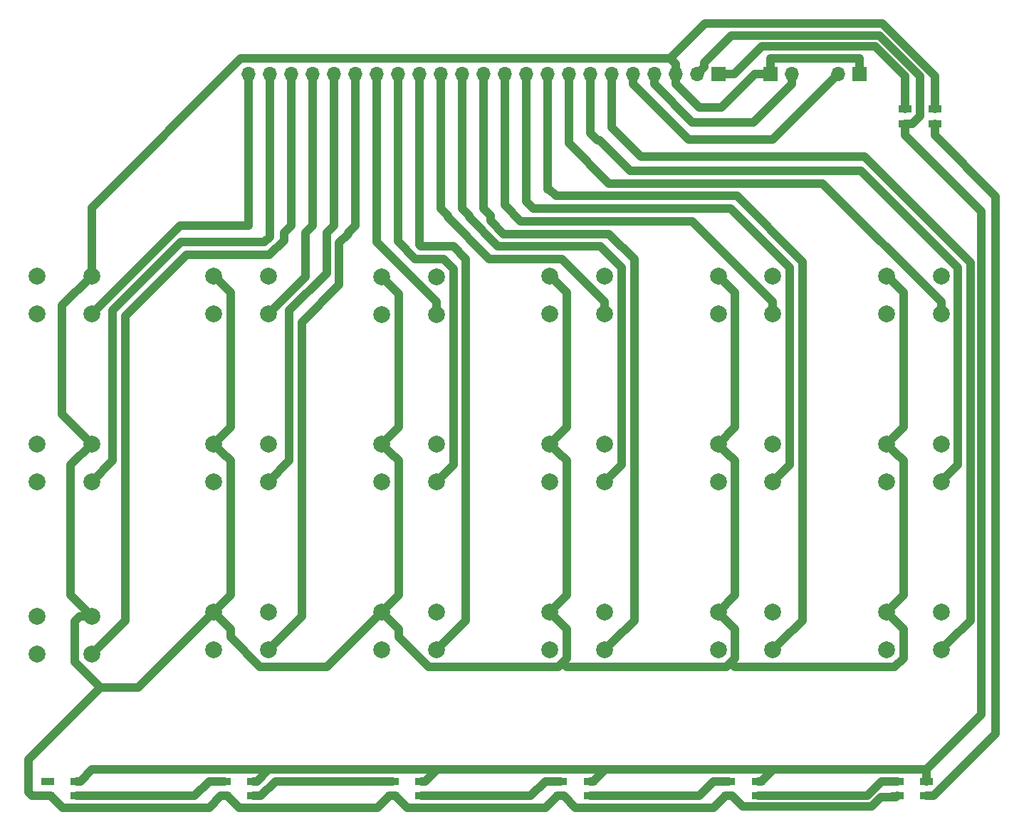
<source format=gbr>
G04 #@! TF.GenerationSoftware,KiCad,Pcbnew,5.0.2-bee76a0~70~ubuntu18.04.1*
G04 #@! TF.CreationDate,2019-07-02T19:35:23+02:00*
G04 #@! TF.ProjectId,control_panel,636f6e74-726f-46c5-9f70-616e656c2e6b,rev?*
G04 #@! TF.SameCoordinates,Original*
G04 #@! TF.FileFunction,Copper,L1,Top*
G04 #@! TF.FilePolarity,Positive*
%FSLAX46Y46*%
G04 Gerber Fmt 4.6, Leading zero omitted, Abs format (unit mm)*
G04 Created by KiCad (PCBNEW 5.0.2-bee76a0~70~ubuntu18.04.1) date Di 02 Jul 2019 19:35:23 CEST*
%MOMM*%
%LPD*%
G01*
G04 APERTURE LIST*
G04 #@! TA.AperFunction,ComponentPad*
%ADD10R,1.700000X1.700000*%
G04 #@! TD*
G04 #@! TA.AperFunction,ComponentPad*
%ADD11O,1.700000X1.700000*%
G04 #@! TD*
G04 #@! TA.AperFunction,ComponentPad*
%ADD12C,2.000000*%
G04 #@! TD*
G04 #@! TA.AperFunction,SMDPad,CuDef*
%ADD13R,1.600000X0.850000*%
G04 #@! TD*
G04 #@! TA.AperFunction,Conductor*
%ADD14C,1.000000*%
G04 #@! TD*
G04 APERTURE END LIST*
D10*
G04 #@! TO.P,J20,1*
G04 #@! TO.N,GND*
X100800000Y9000000D03*
D11*
G04 #@! TO.P,J20,2*
G04 #@! TO.N,/EMERGENCY*
X98260000Y9000000D03*
G04 #@! TD*
G04 #@! TO.P,J21,2*
G04 #@! TO.N,/ONOFF*
X92740000Y9000000D03*
D10*
G04 #@! TO.P,J21,1*
G04 #@! TO.N,GND*
X90200000Y9000000D03*
G04 #@! TD*
G04 #@! TO.P,J4,1*
G04 #@! TO.N,/NEOPIXEL*
X84000000Y9000000D03*
D11*
G04 #@! TO.P,J4,2*
G04 #@! TO.N,+5V*
X81460000Y9000000D03*
G04 #@! TO.P,J4,3*
G04 #@! TO.N,GND*
X78920000Y9000000D03*
G04 #@! TO.P,J4,4*
G04 #@! TO.N,/ONOFF*
X76380000Y9000000D03*
G04 #@! TO.P,J4,5*
G04 #@! TO.N,/EMERGENCY*
X73840000Y9000000D03*
G04 #@! TO.P,J4,6*
G04 #@! TO.N,/home_motor5*
X71300000Y9000000D03*
G04 #@! TO.P,J4,7*
G04 #@! TO.N,/down_motor5*
X68760000Y9000000D03*
G04 #@! TO.P,J4,8*
G04 #@! TO.N,/up_motor5*
X66220000Y9000000D03*
G04 #@! TO.P,J4,9*
G04 #@! TO.N,/home_motor4*
X63680000Y9000000D03*
G04 #@! TO.P,J4,10*
G04 #@! TO.N,/down_motor4*
X61140000Y9000000D03*
G04 #@! TO.P,J4,11*
G04 #@! TO.N,/up_motor4*
X58600000Y9000000D03*
G04 #@! TO.P,J4,12*
G04 #@! TO.N,/home_motor3*
X56060000Y9000000D03*
G04 #@! TO.P,J4,13*
G04 #@! TO.N,/down_motor3*
X53520000Y9000000D03*
G04 #@! TO.P,J4,14*
G04 #@! TO.N,/up_motor3*
X50980000Y9000000D03*
G04 #@! TO.P,J4,15*
G04 #@! TO.N,/home_motor2*
X48440000Y9000000D03*
G04 #@! TO.P,J4,16*
G04 #@! TO.N,/down_motor2*
X45900000Y9000000D03*
G04 #@! TO.P,J4,17*
G04 #@! TO.N,/up_motor2*
X43360000Y9000000D03*
G04 #@! TO.P,J4,18*
G04 #@! TO.N,/home_motor1*
X40820000Y9000000D03*
G04 #@! TO.P,J4,19*
G04 #@! TO.N,/down_motor1*
X38280000Y9000000D03*
G04 #@! TO.P,J4,20*
G04 #@! TO.N,/up_motor1*
X35740000Y9000000D03*
G04 #@! TO.P,J4,21*
G04 #@! TO.N,/home_motor0*
X33200000Y9000000D03*
G04 #@! TO.P,J4,22*
G04 #@! TO.N,/down_motor0*
X30660000Y9000000D03*
G04 #@! TO.P,J4,23*
G04 #@! TO.N,/up_motor0*
X28120000Y9000000D03*
G04 #@! TD*
D12*
G04 #@! TO.P,J1,1*
G04 #@! TO.N,GND*
X9500000Y-15000000D03*
G04 #@! TO.P,J1,2*
G04 #@! TO.N,/up_motor0*
X9500000Y-19500000D03*
G04 #@! TO.P,J1,1*
G04 #@! TO.N,GND*
X3000000Y-15000000D03*
G04 #@! TO.P,J1,2*
G04 #@! TO.N,/up_motor0*
X3000000Y-19500000D03*
G04 #@! TD*
G04 #@! TO.P,J2,1*
G04 #@! TO.N,GND*
X9500000Y-35000000D03*
G04 #@! TO.P,J2,2*
G04 #@! TO.N,/down_motor0*
X9500000Y-39500000D03*
G04 #@! TO.P,J2,1*
G04 #@! TO.N,GND*
X3000000Y-35000000D03*
G04 #@! TO.P,J2,2*
G04 #@! TO.N,/down_motor0*
X3000000Y-39500000D03*
G04 #@! TD*
G04 #@! TO.P,J3,2*
G04 #@! TO.N,/home_motor0*
X3000000Y-60000000D03*
G04 #@! TO.P,J3,1*
G04 #@! TO.N,GND*
X3000000Y-55500000D03*
G04 #@! TO.P,J3,2*
G04 #@! TO.N,/home_motor0*
X9500000Y-60000000D03*
G04 #@! TO.P,J3,1*
G04 #@! TO.N,GND*
X9500000Y-55500000D03*
G04 #@! TD*
G04 #@! TO.P,J5,1*
G04 #@! TO.N,GND*
X30500000Y-15000000D03*
G04 #@! TO.P,J5,2*
G04 #@! TO.N,/up_motor1*
X30500000Y-19500000D03*
G04 #@! TO.P,J5,1*
G04 #@! TO.N,GND*
X24000000Y-15000000D03*
G04 #@! TO.P,J5,2*
G04 #@! TO.N,/up_motor1*
X24000000Y-19500000D03*
G04 #@! TD*
G04 #@! TO.P,J6,2*
G04 #@! TO.N,/down_motor1*
X24000000Y-39500000D03*
G04 #@! TO.P,J6,1*
G04 #@! TO.N,GND*
X24000000Y-35000000D03*
G04 #@! TO.P,J6,2*
G04 #@! TO.N,/down_motor1*
X30500000Y-39500000D03*
G04 #@! TO.P,J6,1*
G04 #@! TO.N,GND*
X30500000Y-35000000D03*
G04 #@! TD*
G04 #@! TO.P,J7,1*
G04 #@! TO.N,GND*
X30500000Y-55000000D03*
G04 #@! TO.P,J7,2*
G04 #@! TO.N,/home_motor1*
X30500000Y-59500000D03*
G04 #@! TO.P,J7,1*
G04 #@! TO.N,GND*
X24000000Y-55000000D03*
G04 #@! TO.P,J7,2*
G04 #@! TO.N,/home_motor1*
X24000000Y-59500000D03*
G04 #@! TD*
G04 #@! TO.P,J8,2*
G04 #@! TO.N,/up_motor2*
X44000000Y-19625001D03*
G04 #@! TO.P,J8,1*
G04 #@! TO.N,GND*
X44000000Y-15125001D03*
G04 #@! TO.P,J8,2*
G04 #@! TO.N,/up_motor2*
X50500000Y-19625001D03*
G04 #@! TO.P,J8,1*
G04 #@! TO.N,GND*
X50500000Y-15125001D03*
G04 #@! TD*
G04 #@! TO.P,J9,1*
G04 #@! TO.N,GND*
X50500000Y-35000000D03*
G04 #@! TO.P,J9,2*
G04 #@! TO.N,/down_motor2*
X50500000Y-39500000D03*
G04 #@! TO.P,J9,1*
G04 #@! TO.N,GND*
X44000000Y-35000000D03*
G04 #@! TO.P,J9,2*
G04 #@! TO.N,/down_motor2*
X44000000Y-39500000D03*
G04 #@! TD*
G04 #@! TO.P,J10,2*
G04 #@! TO.N,/home_motor2*
X44000000Y-59500000D03*
G04 #@! TO.P,J10,1*
G04 #@! TO.N,GND*
X44000000Y-55000000D03*
G04 #@! TO.P,J10,2*
G04 #@! TO.N,/home_motor2*
X50500000Y-59500000D03*
G04 #@! TO.P,J10,1*
G04 #@! TO.N,GND*
X50500000Y-55000000D03*
G04 #@! TD*
G04 #@! TO.P,J11,1*
G04 #@! TO.N,GND*
X70500000Y-15000000D03*
G04 #@! TO.P,J11,2*
G04 #@! TO.N,/up_motor3*
X70500000Y-19500000D03*
G04 #@! TO.P,J11,1*
G04 #@! TO.N,GND*
X64000000Y-15000000D03*
G04 #@! TO.P,J11,2*
G04 #@! TO.N,/up_motor3*
X64000000Y-19500000D03*
G04 #@! TD*
G04 #@! TO.P,J12,2*
G04 #@! TO.N,/down_motor3*
X64000000Y-39500000D03*
G04 #@! TO.P,J12,1*
G04 #@! TO.N,GND*
X64000000Y-35000000D03*
G04 #@! TO.P,J12,2*
G04 #@! TO.N,/down_motor3*
X70500000Y-39500000D03*
G04 #@! TO.P,J12,1*
G04 #@! TO.N,GND*
X70500000Y-35000000D03*
G04 #@! TD*
G04 #@! TO.P,J13,2*
G04 #@! TO.N,/home_motor3*
X64000000Y-59500000D03*
G04 #@! TO.P,J13,1*
G04 #@! TO.N,GND*
X64000000Y-55000000D03*
G04 #@! TO.P,J13,2*
G04 #@! TO.N,/home_motor3*
X70500000Y-59500000D03*
G04 #@! TO.P,J13,1*
G04 #@! TO.N,GND*
X70500000Y-55000000D03*
G04 #@! TD*
G04 #@! TO.P,J14,2*
G04 #@! TO.N,/up_motor4*
X84000000Y-19500000D03*
G04 #@! TO.P,J14,1*
G04 #@! TO.N,GND*
X84000000Y-15000000D03*
G04 #@! TO.P,J14,2*
G04 #@! TO.N,/up_motor4*
X90500000Y-19500000D03*
G04 #@! TO.P,J14,1*
G04 #@! TO.N,GND*
X90500000Y-15000000D03*
G04 #@! TD*
G04 #@! TO.P,J15,1*
G04 #@! TO.N,GND*
X90500000Y-35000000D03*
G04 #@! TO.P,J15,2*
G04 #@! TO.N,/down_motor4*
X90500000Y-39500000D03*
G04 #@! TO.P,J15,1*
G04 #@! TO.N,GND*
X84000000Y-35000000D03*
G04 #@! TO.P,J15,2*
G04 #@! TO.N,/down_motor4*
X84000000Y-39500000D03*
G04 #@! TD*
G04 #@! TO.P,J16,2*
G04 #@! TO.N,/home_motor4*
X84000000Y-59500000D03*
G04 #@! TO.P,J16,1*
G04 #@! TO.N,GND*
X84000000Y-55000000D03*
G04 #@! TO.P,J16,2*
G04 #@! TO.N,/home_motor4*
X90500000Y-59500000D03*
G04 #@! TO.P,J16,1*
G04 #@! TO.N,GND*
X90500000Y-55000000D03*
G04 #@! TD*
G04 #@! TO.P,J17,1*
G04 #@! TO.N,GND*
X110500000Y-15000000D03*
G04 #@! TO.P,J17,2*
G04 #@! TO.N,/up_motor5*
X110500000Y-19500000D03*
G04 #@! TO.P,J17,1*
G04 #@! TO.N,GND*
X104000000Y-15000000D03*
G04 #@! TO.P,J17,2*
G04 #@! TO.N,/up_motor5*
X104000000Y-19500000D03*
G04 #@! TD*
G04 #@! TO.P,J18,2*
G04 #@! TO.N,/down_motor5*
X104000000Y-39500000D03*
G04 #@! TO.P,J18,1*
G04 #@! TO.N,GND*
X104000000Y-35000000D03*
G04 #@! TO.P,J18,2*
G04 #@! TO.N,/down_motor5*
X110500000Y-39500000D03*
G04 #@! TO.P,J18,1*
G04 #@! TO.N,GND*
X110500000Y-35000000D03*
G04 #@! TD*
G04 #@! TO.P,J19,1*
G04 #@! TO.N,GND*
X110500000Y-55000000D03*
G04 #@! TO.P,J19,2*
G04 #@! TO.N,/home_motor5*
X110500000Y-59500000D03*
G04 #@! TO.P,J19,1*
G04 #@! TO.N,GND*
X104000000Y-55000000D03*
G04 #@! TO.P,J19,2*
G04 #@! TO.N,/home_motor5*
X104000000Y-59500000D03*
G04 #@! TD*
D13*
G04 #@! TO.P,D1,3*
G04 #@! TO.N,/NEOPIXEL*
X106250000Y4875000D03*
G04 #@! TO.P,D1,4*
G04 #@! TO.N,+5V*
X106250000Y3125000D03*
G04 #@! TO.P,D1,2*
G04 #@! TO.N,GND*
X109750000Y4875000D03*
G04 #@! TO.P,D1,1*
G04 #@! TO.N,Net-(D1-Pad1)*
X109750000Y3125000D03*
G04 #@! TD*
G04 #@! TO.P,D2,1*
G04 #@! TO.N,Net-(D2-Pad1)*
X105250000Y-75125000D03*
G04 #@! TO.P,D2,2*
G04 #@! TO.N,GND*
X105250000Y-76875000D03*
G04 #@! TO.P,D2,4*
G04 #@! TO.N,+5V*
X108750000Y-75125000D03*
G04 #@! TO.P,D2,3*
G04 #@! TO.N,Net-(D1-Pad1)*
X108750000Y-76875000D03*
G04 #@! TD*
G04 #@! TO.P,D3,3*
G04 #@! TO.N,Net-(D2-Pad1)*
X88750000Y-76875000D03*
G04 #@! TO.P,D3,4*
G04 #@! TO.N,+5V*
X88750000Y-75125000D03*
G04 #@! TO.P,D3,2*
G04 #@! TO.N,GND*
X85250000Y-76875000D03*
G04 #@! TO.P,D3,1*
G04 #@! TO.N,Net-(D3-Pad1)*
X85250000Y-75125000D03*
G04 #@! TD*
G04 #@! TO.P,D4,1*
G04 #@! TO.N,Net-(D4-Pad1)*
X65250000Y-75125000D03*
G04 #@! TO.P,D4,2*
G04 #@! TO.N,GND*
X65250000Y-76875000D03*
G04 #@! TO.P,D4,4*
G04 #@! TO.N,+5V*
X68750000Y-75125000D03*
G04 #@! TO.P,D4,3*
G04 #@! TO.N,Net-(D3-Pad1)*
X68750000Y-76875000D03*
G04 #@! TD*
G04 #@! TO.P,D5,3*
G04 #@! TO.N,Net-(D4-Pad1)*
X48750000Y-76875000D03*
G04 #@! TO.P,D5,4*
G04 #@! TO.N,+5V*
X48750000Y-75125000D03*
G04 #@! TO.P,D5,2*
G04 #@! TO.N,GND*
X45250000Y-76875000D03*
G04 #@! TO.P,D5,1*
G04 #@! TO.N,Net-(D5-Pad1)*
X45250000Y-75125000D03*
G04 #@! TD*
G04 #@! TO.P,D6,1*
G04 #@! TO.N,Net-(D6-Pad1)*
X25250000Y-75125000D03*
G04 #@! TO.P,D6,2*
G04 #@! TO.N,GND*
X25250000Y-76875000D03*
G04 #@! TO.P,D6,4*
G04 #@! TO.N,+5V*
X28750000Y-75125000D03*
G04 #@! TO.P,D6,3*
G04 #@! TO.N,Net-(D5-Pad1)*
X28750000Y-76875000D03*
G04 #@! TD*
G04 #@! TO.P,D7,3*
G04 #@! TO.N,Net-(D6-Pad1)*
X7750000Y-76875000D03*
G04 #@! TO.P,D7,4*
G04 #@! TO.N,+5V*
X7750000Y-75125000D03*
G04 #@! TO.P,D7,2*
G04 #@! TO.N,GND*
X4250000Y-76875000D03*
G04 #@! TO.P,D7,1*
G04 #@! TO.N,Net-(D7-Pad1)*
X4250000Y-75125000D03*
G04 #@! TD*
D14*
G04 #@! TO.N,GND*
X78920000Y7797919D02*
X81717919Y5000000D01*
X78920000Y9000000D02*
X78920000Y7797919D01*
X84350000Y5000000D02*
X88350000Y9000000D01*
X88350000Y9000000D02*
X90200000Y9000000D01*
X81717919Y5000000D02*
X84350000Y5000000D01*
X100800000Y10850000D02*
X100800000Y9000000D01*
X90200001Y10850001D02*
X100800000Y10850000D01*
X90200000Y9000000D02*
X90200001Y10850001D01*
X9500000Y-13585787D02*
X9500000Y-15000000D01*
X9500000Y-6881998D02*
X9500000Y-13585787D01*
X27231999Y10850001D02*
X9500000Y-6881998D01*
X78272080Y10850001D02*
X27231999Y10850001D01*
X78920000Y10202081D02*
X78272080Y10850001D01*
X78920000Y9000000D02*
X78920000Y10202081D01*
X8500001Y-34000001D02*
X9500000Y-35000000D01*
X6000000Y-31500000D02*
X8500001Y-34000001D01*
X6000000Y-18500000D02*
X6000000Y-31500000D01*
X9500000Y-15000000D02*
X6000000Y-18500000D01*
X7000000Y-53000000D02*
X8500001Y-54500001D01*
X7000000Y-37500000D02*
X7000000Y-53000000D01*
X8500001Y-54500001D02*
X9500000Y-55500000D01*
X9500000Y-35000000D02*
X7000000Y-37500000D01*
X7499999Y-60960001D02*
X10539998Y-64000000D01*
X7499999Y-56085788D02*
X7499999Y-60960001D01*
X9500000Y-55500000D02*
X8085787Y-55500000D01*
X8085787Y-55500000D02*
X7499999Y-56085788D01*
X15000000Y-64000000D02*
X24000000Y-55000000D01*
X10539998Y-64000000D02*
X15000000Y-64000000D01*
X24999999Y-35999999D02*
X24000000Y-35000000D01*
X26000001Y-37000001D02*
X24999999Y-35999999D01*
X26000001Y-52999999D02*
X26000001Y-37000001D01*
X24000000Y-55000000D02*
X26000001Y-52999999D01*
X24999999Y-15999999D02*
X24000000Y-15000000D01*
X26000001Y-17000001D02*
X24999999Y-15999999D01*
X26000001Y-32999999D02*
X26000001Y-17000001D01*
X24000000Y-35000000D02*
X26000001Y-32999999D01*
X43000001Y-55999999D02*
X44000000Y-55000000D01*
X29539999Y-61500001D02*
X37499999Y-61500001D01*
X26000001Y-57960003D02*
X29539999Y-61500001D01*
X37499999Y-61500001D02*
X43000001Y-55999999D01*
X26000001Y-57000001D02*
X26000001Y-57960003D01*
X24000000Y-55000000D02*
X26000001Y-57000001D01*
X46000001Y-37000001D02*
X44999999Y-35999999D01*
X44999999Y-35999999D02*
X44000000Y-35000000D01*
X46000001Y-52999999D02*
X46000001Y-37000001D01*
X44000000Y-55000000D02*
X46000001Y-52999999D01*
X44999999Y-16125000D02*
X44000000Y-15125001D01*
X46000001Y-17125002D02*
X44999999Y-16125000D01*
X46000001Y-32999999D02*
X46000001Y-17125002D01*
X44000000Y-35000000D02*
X46000001Y-32999999D01*
X66000001Y-57000001D02*
X64999999Y-55999999D01*
X66000001Y-60460001D02*
X66000001Y-57000001D01*
X64999999Y-55999999D02*
X64000000Y-55000000D01*
X49539999Y-61500001D02*
X64960001Y-61500001D01*
X46000001Y-57960003D02*
X49539999Y-61500001D01*
X46000001Y-57000001D02*
X46000001Y-57960003D01*
X44000000Y-55000000D02*
X46000001Y-57000001D01*
X64999999Y-35999999D02*
X64000000Y-35000000D01*
X66000001Y-37000001D02*
X64999999Y-35999999D01*
X66000001Y-52999999D02*
X66000001Y-37000001D01*
X64000000Y-55000000D02*
X66000001Y-52999999D01*
X66000000Y-17000000D02*
X64999999Y-15999999D01*
X64999999Y-15999999D02*
X64000000Y-15000000D01*
X66000000Y-33000000D02*
X66000000Y-17000000D01*
X64000000Y-35000000D02*
X66000000Y-33000000D01*
X84999999Y-55999999D02*
X84000000Y-55000000D01*
X86000001Y-57000001D02*
X84999999Y-55999999D01*
X65960003Y-61500001D02*
X84960001Y-61500001D01*
X86000001Y-60460001D02*
X86000001Y-57000001D01*
X65460002Y-61000000D02*
X65960003Y-61500001D01*
X64960001Y-61500001D02*
X65460002Y-61000000D01*
X65460002Y-61000000D02*
X66000001Y-60460001D01*
X84999999Y-35999999D02*
X84000000Y-35000000D01*
X86000001Y-37000001D02*
X84999999Y-35999999D01*
X86000001Y-52999999D02*
X86000001Y-37000001D01*
X84000000Y-55000000D02*
X86000001Y-52999999D01*
X84999999Y-15999999D02*
X84000000Y-15000000D01*
X86000001Y-17000001D02*
X84999999Y-15999999D01*
X86000001Y-32999999D02*
X86000001Y-17000001D01*
X84000000Y-35000000D02*
X86000001Y-32999999D01*
X106000001Y-57000001D02*
X104999999Y-55999999D01*
X85960003Y-61500001D02*
X104960001Y-61500001D01*
X106000001Y-60460001D02*
X106000001Y-57000001D01*
X104960001Y-61500001D02*
X106000001Y-60460001D01*
X85460002Y-61000000D02*
X85960003Y-61500001D01*
X104999999Y-55999999D02*
X104000000Y-55000000D01*
X84960001Y-61500001D02*
X85460002Y-61000000D01*
X85460002Y-61000000D02*
X86000001Y-60460001D01*
X104999999Y-35999999D02*
X104000000Y-35000000D01*
X106000001Y-37000001D02*
X104999999Y-35999999D01*
X106000001Y-52999999D02*
X106000001Y-37000001D01*
X104000000Y-55000000D02*
X106000001Y-52999999D01*
X104999999Y-15999999D02*
X104000000Y-15000000D01*
X106000001Y-17000001D02*
X104999999Y-15999999D01*
X106000001Y-32999999D02*
X106000001Y-17000001D01*
X104000000Y-35000000D02*
X106000001Y-32999999D01*
X78272080Y10850001D02*
X82422079Y15000000D01*
X109750000Y8785561D02*
X109750000Y6300000D01*
X109750000Y6300000D02*
X109750000Y4875000D01*
X103535561Y15000000D02*
X109750000Y8785561D01*
X82422079Y15000000D02*
X103535561Y15000000D01*
X10539998Y-64000000D02*
X2000000Y-72539998D01*
X2450000Y-76875000D02*
X4250000Y-76875000D01*
X2000000Y-76425000D02*
X2450000Y-76875000D01*
X2000000Y-72539998D02*
X2000000Y-76425000D01*
X23450000Y-78300000D02*
X24875000Y-76875000D01*
X6050000Y-78300000D02*
X23450000Y-78300000D01*
X24875000Y-76875000D02*
X25250000Y-76875000D01*
X4625000Y-76875000D02*
X6050000Y-78300000D01*
X4250000Y-76875000D02*
X4625000Y-76875000D01*
X43450000Y-78300000D02*
X44875000Y-76875000D01*
X27050000Y-78300000D02*
X43450000Y-78300000D01*
X25625000Y-76875000D02*
X27050000Y-78300000D01*
X44875000Y-76875000D02*
X45250000Y-76875000D01*
X25250000Y-76875000D02*
X25625000Y-76875000D01*
X63450000Y-78300000D02*
X64875000Y-76875000D01*
X47050000Y-78300000D02*
X63450000Y-78300000D01*
X45625000Y-76875000D02*
X47050000Y-78300000D01*
X64875000Y-76875000D02*
X65250000Y-76875000D01*
X45250000Y-76875000D02*
X45625000Y-76875000D01*
X84875000Y-76875000D02*
X85250000Y-76875000D01*
X83450000Y-78300000D02*
X84875000Y-76875000D01*
X67050000Y-78300000D02*
X83450000Y-78300000D01*
X65625000Y-76875000D02*
X67050000Y-78300000D01*
X65250000Y-76875000D02*
X65625000Y-76875000D01*
X105125000Y-77000000D02*
X105250000Y-76875000D01*
X86875010Y-78125010D02*
X102217770Y-78125010D01*
X103342780Y-77000000D02*
X105125000Y-77000000D01*
X102217770Y-78125010D02*
X103342780Y-77000000D01*
X85625000Y-76875000D02*
X86875010Y-78125010D01*
X85250000Y-76875000D02*
X85625000Y-76875000D01*
G04 #@! TO.N,/up_motor0*
X20000000Y-9000000D02*
X9500000Y-19500000D01*
X28120000Y2000000D02*
X28120000Y-9000000D01*
X28120000Y-9000000D02*
X20000000Y-9000000D01*
X28120000Y2000000D02*
X28120000Y9000000D01*
G04 #@! TO.N,/down_motor0*
X12000000Y-37000000D02*
X9500000Y-39500000D01*
X12000000Y-19121334D02*
X12000000Y-37000000D01*
X20121334Y-11000000D02*
X12000000Y-19121334D01*
X30000000Y-11000000D02*
X20121334Y-11000000D01*
X30660000Y9000000D02*
X30660000Y-10340000D01*
X30660000Y-10340000D02*
X30000000Y-11000000D01*
G04 #@! TO.N,/home_motor0*
X13500010Y-19742658D02*
X13500010Y-55999990D01*
X33200000Y-9000000D02*
X32350001Y-9849999D01*
X13500010Y-55999990D02*
X9500000Y-60000000D01*
X33200000Y2000000D02*
X33200000Y-9000000D01*
X32350001Y-9849999D02*
X32350001Y-10771333D01*
X32350001Y-10771333D02*
X30621324Y-12500010D01*
X20742658Y-12500010D02*
X13500010Y-19742658D01*
X30621324Y-12500010D02*
X20742658Y-12500010D01*
X33200000Y2000000D02*
X33200000Y9000000D01*
G04 #@! TO.N,/up_motor1*
X34890001Y-15109999D02*
X30500000Y-19500000D01*
X34890001Y-9849999D02*
X34890001Y-15109999D01*
X35740000Y9000000D02*
X35740000Y-9000000D01*
X35740000Y-9000000D02*
X34890001Y-9849999D01*
G04 #@! TO.N,/up_motor2*
X50500000Y-18210788D02*
X50500000Y-19625001D01*
X43360000Y9000000D02*
X43360000Y-10945003D01*
X50500000Y-18085003D02*
X50500000Y-18210788D01*
X43360000Y-10945003D02*
X50500000Y-18085003D01*
G04 #@! TO.N,/up_motor3*
X70500000Y-18085787D02*
X70500000Y-19500000D01*
X51829999Y-7849999D02*
X51829999Y-8048001D01*
X50980000Y-7000000D02*
X51829999Y-7849999D01*
X51829999Y-8048001D02*
X56781997Y-12999999D01*
X50980000Y9000000D02*
X50980000Y-7000000D01*
X56781997Y-12999999D02*
X65414212Y-12999999D01*
X65414212Y-12999999D02*
X70500000Y-18085787D01*
G04 #@! TO.N,/up_motor4*
X90500000Y-18085787D02*
X90500000Y-19500000D01*
X80914182Y-8499969D02*
X90500000Y-18085787D01*
X60499969Y-8499969D02*
X80914182Y-8499969D01*
X58600000Y9000000D02*
X58600000Y-6600000D01*
X58600000Y-6600000D02*
X60499969Y-8499969D01*
G04 #@! TO.N,/up_motor5*
X110500000Y-18085787D02*
X110500000Y-19500000D01*
X96414152Y-3999939D02*
X110500000Y-18085787D01*
X71017858Y-3999939D02*
X96414152Y-3999939D01*
X66220000Y9000000D02*
X66220000Y797919D01*
X66220000Y797919D02*
X71017858Y-3999939D01*
G04 #@! TO.N,/down_motor1*
X33000000Y-19121334D02*
X33000000Y-37000000D01*
X37430001Y-14691333D02*
X33000000Y-19121334D01*
X37430001Y-9849999D02*
X37430001Y-14691333D01*
X33000000Y-37000000D02*
X30500000Y-39500000D01*
X38280000Y2000000D02*
X38280000Y-9000000D01*
X38280000Y-9000000D02*
X37430001Y-9849999D01*
X38280000Y2000000D02*
X38280000Y9000000D01*
G04 #@! TO.N,/down_motor2*
X51499999Y-38500001D02*
X50500000Y-39500000D01*
X45900000Y-10900000D02*
X48000000Y-13000000D01*
X48000000Y-13000000D02*
X51335001Y-13000000D01*
X51335001Y-13000000D02*
X52500001Y-14165000D01*
X45900000Y9000000D02*
X45900000Y-10900000D01*
X52500001Y-37499999D02*
X51499999Y-38500001D01*
X52500001Y-14165000D02*
X52500001Y-37499999D01*
G04 #@! TO.N,/down_motor3*
X53520000Y-7000000D02*
X54369999Y-7849999D01*
X54369999Y-8048001D02*
X57821987Y-11499989D01*
X57821987Y-11499989D02*
X69959991Y-11499989D01*
X72500001Y-37499999D02*
X70500000Y-39500000D01*
X53520000Y9000000D02*
X53520000Y-7000000D01*
X54369999Y-7849999D02*
X54369999Y-8048001D01*
X72500001Y-14039999D02*
X72500001Y-37499999D01*
X69959991Y-11499989D02*
X72500001Y-14039999D01*
G04 #@! TO.N,/down_motor4*
X91499999Y-38500001D02*
X90500000Y-39500000D01*
X61140000Y-6140000D02*
X61999959Y-6999959D01*
X61140000Y9000000D02*
X61140000Y-6140000D01*
X92500001Y-37499999D02*
X91499999Y-38500001D01*
X61999959Y-6999959D02*
X85459961Y-6999959D01*
X85459961Y-6999959D02*
X92500001Y-14039999D01*
X92500001Y-14039999D02*
X92500001Y-37499999D01*
G04 #@! TO.N,/down_motor5*
X68760000Y2000000D02*
X69609999Y1150001D01*
X68760000Y9000000D02*
X68760000Y2000000D01*
X69609999Y1150001D02*
X69849999Y1150001D01*
X111499999Y-38500001D02*
X110500000Y-39500000D01*
X112500001Y-37499999D02*
X111499999Y-38500001D01*
X112500001Y-14039999D02*
X112500001Y-37499999D01*
X100959931Y-2499929D02*
X112500001Y-14039999D01*
X73499929Y-2499929D02*
X100959931Y-2499929D01*
X69849999Y1150001D02*
X73499929Y-2499929D01*
G04 #@! TO.N,/home_motor1*
X34500009Y-55499991D02*
X31499999Y-58500001D01*
X39970001Y-9849999D02*
X39970001Y-10029999D01*
X40820000Y9000000D02*
X40820000Y-9000000D01*
X40820000Y-9000000D02*
X39970001Y-9849999D01*
X39970001Y-10029999D02*
X38930011Y-11069989D01*
X38930011Y-11069989D02*
X38930011Y-16069989D01*
X31499999Y-58500001D02*
X30500000Y-59500000D01*
X34500009Y-20499991D02*
X34500009Y-55499991D01*
X38930011Y-16069989D02*
X34500009Y-20499991D01*
G04 #@! TO.N,/home_motor2*
X51499999Y-58500001D02*
X50500000Y-59500000D01*
X48440000Y-11318666D02*
X48621324Y-11499990D01*
X48440000Y9000000D02*
X48440000Y-11318666D01*
X52499990Y-11499990D02*
X54000011Y-13000011D01*
X48621324Y-11499990D02*
X52499990Y-11499990D01*
X54000011Y-13000011D02*
X54000011Y-55999989D01*
X54000011Y-55999989D02*
X51499999Y-58500001D01*
G04 #@! TO.N,/home_motor3*
X71499999Y-58500001D02*
X70500000Y-59500000D01*
X74000011Y-55999989D02*
X71499999Y-58500001D01*
X74000011Y-13000011D02*
X74000011Y-55999989D01*
X56060000Y9000000D02*
X56060000Y-7000000D01*
X58443311Y-9999979D02*
X70999979Y-9999979D01*
X56909999Y-7849999D02*
X56909999Y-8466667D01*
X56909999Y-8466667D02*
X58443311Y-9999979D01*
X56060000Y-7000000D02*
X56909999Y-7849999D01*
X70999979Y-9999979D02*
X74000011Y-13000011D01*
G04 #@! TO.N,/home_motor4*
X91499999Y-58500001D02*
X90500000Y-59500000D01*
X94000011Y-55999989D02*
X91499999Y-58500001D01*
X63680000Y-4680000D02*
X63880000Y-4680000D01*
X86199949Y-5499949D02*
X94000011Y-13300011D01*
X63880000Y-4680000D02*
X64699949Y-5499949D01*
X64699949Y-5499949D02*
X86199949Y-5499949D01*
X63680000Y9000000D02*
X63680000Y-4680000D01*
X94000011Y-13300011D02*
X94000011Y-55999989D01*
G04 #@! TO.N,/home_motor5*
X71300000Y9000000D02*
X71300000Y2700000D01*
X71300000Y2700000D02*
X74800000Y-800000D01*
X114000011Y-55999989D02*
X111499999Y-58500001D01*
X114000011Y-13418675D02*
X114000011Y-55999989D01*
X101381336Y-800000D02*
X114000011Y-13418675D01*
X111499999Y-58500001D02*
X110500000Y-59500000D01*
X74800000Y-800000D02*
X101381336Y-800000D01*
G04 #@! TO.N,/EMERGENCY*
X73840000Y7797919D02*
X80437919Y1200000D01*
X73840000Y9000000D02*
X73840000Y7797919D01*
X80437919Y1200000D02*
X90460000Y1200000D01*
X90460000Y1200000D02*
X98260000Y9000000D01*
G04 #@! TO.N,/ONOFF*
X92740000Y7797919D02*
X88200000Y3257919D01*
X92740000Y9000000D02*
X92740000Y7797919D01*
X76380000Y7797919D02*
X76380000Y9000000D01*
X80920000Y3257919D02*
X76380000Y7797919D01*
X88200000Y3257919D02*
X80920000Y3257919D01*
G04 #@! TO.N,/NEOPIXEL*
X89200010Y12350010D02*
X102649990Y12350010D01*
X84000000Y9000000D02*
X85850000Y9000000D01*
X85850000Y9000000D02*
X89200010Y12350010D01*
X106250000Y8750000D02*
X106250000Y4875000D01*
X102649990Y12350010D02*
X106250000Y8750000D01*
G04 #@! TO.N,+5V*
X82309999Y10360001D02*
X85550018Y13600020D01*
X81460000Y9000000D02*
X82309999Y9849999D01*
X103167761Y13600020D02*
X108000000Y8767781D01*
X85550018Y13600020D02*
X103167761Y13600020D01*
X82309999Y9849999D02*
X82309999Y10360001D01*
X107075002Y3125000D02*
X106250000Y3125000D01*
X108000000Y4049998D02*
X107075002Y3125000D01*
X108000000Y8767781D02*
X108000000Y4049998D01*
X106250000Y1700000D02*
X106250000Y3125000D01*
X115250021Y-7300021D02*
X106250000Y1700000D01*
X115250021Y-67199979D02*
X115250021Y-7300021D01*
X108750000Y-73700000D02*
X115250021Y-67199979D01*
X108750000Y-75125000D02*
X108750000Y-73700000D01*
X89125000Y-75125000D02*
X88750000Y-75125000D01*
X90550000Y-73700000D02*
X89125000Y-75125000D01*
X108750000Y-73700000D02*
X90550000Y-73700000D01*
X69125000Y-75125000D02*
X68750000Y-75125000D01*
X70550000Y-73700000D02*
X69125000Y-75125000D01*
X90550000Y-73700000D02*
X70550000Y-73700000D01*
X49125000Y-75125000D02*
X48750000Y-75125000D01*
X50550000Y-73700000D02*
X49125000Y-75125000D01*
X70550000Y-73700000D02*
X50550000Y-73700000D01*
X30550000Y-73700000D02*
X29125000Y-75125000D01*
X29125000Y-75125000D02*
X28750000Y-75125000D01*
X50550000Y-73700000D02*
X30550000Y-73700000D01*
X8125000Y-75125000D02*
X7750000Y-75125000D01*
X9550000Y-73700000D02*
X8125000Y-75125000D01*
X30550000Y-73700000D02*
X9550000Y-73700000D01*
G04 #@! TO.N,Net-(D1-Pad1)*
X109575002Y-76875000D02*
X117000000Y-69450002D01*
X108750000Y-76875000D02*
X109575002Y-76875000D01*
X109750000Y1700000D02*
X109750000Y3125000D01*
X117000000Y-5550000D02*
X109750000Y1700000D01*
X117000000Y-69450002D02*
X117000000Y-5550000D01*
G04 #@! TO.N,Net-(D2-Pad1)*
X103450000Y-75125000D02*
X101700000Y-76875000D01*
X90550000Y-76875000D02*
X88750000Y-76875000D01*
X101700000Y-76875000D02*
X90550000Y-76875000D01*
X105250000Y-75125000D02*
X103450000Y-75125000D01*
G04 #@! TO.N,Net-(D3-Pad1)*
X70550000Y-76875000D02*
X68750000Y-76875000D01*
X81700000Y-76875000D02*
X70550000Y-76875000D01*
X83450000Y-75125000D02*
X81700000Y-76875000D01*
X85250000Y-75125000D02*
X83450000Y-75125000D01*
G04 #@! TO.N,Net-(D4-Pad1)*
X50550000Y-76875000D02*
X48750000Y-76875000D01*
X61700000Y-76875000D02*
X50550000Y-76875000D01*
X63450000Y-75125000D02*
X61700000Y-76875000D01*
X65250000Y-75125000D02*
X63450000Y-75125000D01*
G04 #@! TO.N,Net-(D5-Pad1)*
X31325002Y-75125000D02*
X29575002Y-76875000D01*
X29575002Y-76875000D02*
X28750000Y-76875000D01*
X45250000Y-75125000D02*
X31325002Y-75125000D01*
G04 #@! TO.N,Net-(D6-Pad1)*
X9550000Y-76875000D02*
X7750000Y-76875000D01*
X21700000Y-76875000D02*
X9550000Y-76875000D01*
X23450000Y-75125000D02*
X21700000Y-76875000D01*
X25250000Y-75125000D02*
X23450000Y-75125000D01*
G04 #@! TD*
M02*

</source>
